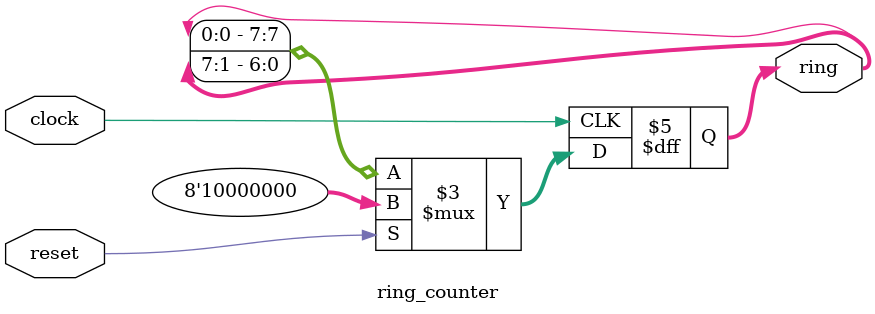
<source format=sv>
module ring_counter (
    input wire clock, reset,
    output reg [7:0] ring
);
    always @(posedge clock) begin
        if (reset)
            ring <= 8'b10000000;
        else
            ring <= {ring[0], ring[7:1]};
    end
endmodule

</source>
